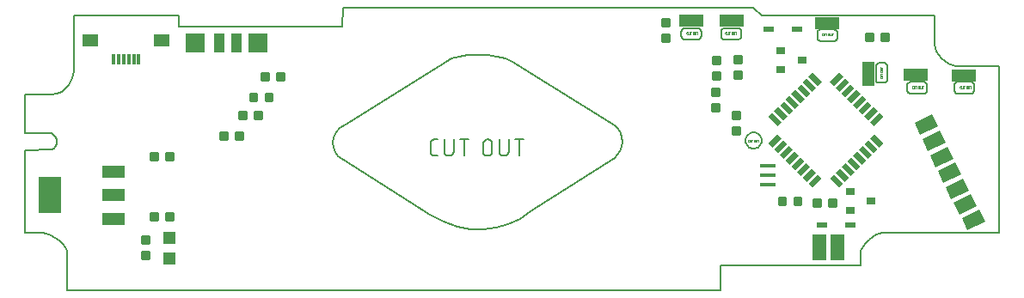
<source format=gtp>
G75*
%MOIN*%
%OFA0B0*%
%FSLAX25Y25*%
%IPPOS*%
%LPD*%
%AMOC8*
5,1,8,0,0,1.08239X$1,22.5*
%
%ADD10C,0.00600*%
%ADD11C,0.00500*%
%ADD12C,0.00800*%
%ADD13C,0.00000*%
%ADD14C,0.00875*%
%ADD15R,0.08800X0.04800*%
%ADD16R,0.08661X0.14173*%
%ADD17R,0.04724X0.04724*%
%ADD18R,0.03543X0.03150*%
%ADD19R,0.09500X0.04500*%
%ADD20R,0.05400X0.10000*%
%ADD21R,0.04500X0.09500*%
%ADD22R,0.05157X0.07598*%
%ADD23R,0.04134X0.07677*%
%ADD24R,0.07677X0.07677*%
%ADD25R,0.05000X0.02200*%
%ADD26R,0.02200X0.05000*%
%ADD27R,0.06299X0.01181*%
%ADD28R,0.04134X0.02362*%
%ADD29R,0.06496X0.05118*%
%ADD30R,0.01181X0.03937*%
D10*
X0021423Y0038877D02*
X0021423Y0053068D01*
X0021193Y0054223D01*
X0020546Y0055511D01*
X0019546Y0056843D01*
X0018260Y0058131D01*
X0016751Y0059287D01*
X0015086Y0060221D01*
X0013329Y0060847D01*
X0011546Y0061075D01*
X0005020Y0061075D01*
X0005020Y0093285D01*
X0015209Y0093363D01*
X0016100Y0093845D01*
X0016736Y0094600D01*
X0017115Y0095536D01*
X0017240Y0096561D01*
X0017110Y0097585D01*
X0016728Y0098513D01*
X0016094Y0099256D01*
X0015209Y0099720D01*
X0005020Y0099735D01*
X0005020Y0114803D02*
X0015209Y0114803D01*
X0017371Y0115090D01*
X0019206Y0115887D01*
X0020725Y0117096D01*
X0021940Y0118620D01*
X0022864Y0120362D01*
X0023509Y0122225D01*
X0023887Y0124111D01*
X0024010Y0125924D01*
X0024010Y0145461D01*
X0064482Y0145461D02*
X0064482Y0141013D01*
X0127898Y0141164D01*
X0128159Y0148568D01*
X0287331Y0148568D01*
X0290523Y0145461D01*
X0357569Y0145461D01*
X0357592Y0134183D01*
X0357824Y0132969D01*
X0358388Y0131631D01*
X0359236Y0130256D01*
X0360319Y0128933D01*
X0361589Y0127750D01*
X0362996Y0126796D01*
X0364493Y0126160D01*
X0366029Y0125929D01*
X0366305Y0125935D01*
X0382514Y0125924D01*
X0382514Y0061075D01*
X0337320Y0061075D01*
X0336330Y0060907D01*
X0335071Y0060421D01*
X0333666Y0059641D01*
X0332239Y0058595D01*
X0330914Y0057307D01*
X0329814Y0055804D01*
X0329064Y0054111D01*
X0328786Y0052254D01*
X0328786Y0048361D01*
X0274578Y0048361D01*
X0274578Y0038877D01*
X0021423Y0038877D01*
X0126410Y0090966D02*
X0127945Y0089783D01*
X0161985Y0068189D01*
X0167243Y0065449D01*
X0172474Y0063607D01*
X0177638Y0062628D01*
X0182694Y0062478D01*
X0187600Y0063119D01*
X0192316Y0064518D01*
X0196799Y0066639D01*
X0201009Y0069447D01*
X0233615Y0090159D01*
X0234698Y0091402D01*
X0235563Y0092915D01*
X0236162Y0094612D01*
X0236449Y0096404D01*
X0236379Y0098204D01*
X0235903Y0099923D01*
X0234977Y0101475D01*
X0233553Y0102771D01*
X0193820Y0127595D01*
X0191312Y0128804D01*
X0188092Y0129643D01*
X0184420Y0130126D01*
X0180556Y0130263D01*
X0176760Y0130067D01*
X0173294Y0129549D01*
X0170418Y0128721D01*
X0168391Y0127595D01*
X0129125Y0103236D01*
X0127037Y0101738D01*
X0125577Y0099993D01*
X0124709Y0098097D01*
X0124394Y0096150D01*
X0124597Y0094247D01*
X0125282Y0092486D01*
X0126410Y0090966D01*
X0162217Y0092431D02*
X0162217Y0095986D01*
X0162219Y0096060D01*
X0162225Y0096135D01*
X0162235Y0096208D01*
X0162248Y0096282D01*
X0162265Y0096354D01*
X0162287Y0096425D01*
X0162311Y0096496D01*
X0162340Y0096564D01*
X0162372Y0096632D01*
X0162408Y0096697D01*
X0162446Y0096760D01*
X0162489Y0096822D01*
X0162534Y0096881D01*
X0162582Y0096937D01*
X0162633Y0096992D01*
X0162687Y0097043D01*
X0162744Y0097091D01*
X0162803Y0097136D01*
X0162865Y0097179D01*
X0162928Y0097217D01*
X0162993Y0097253D01*
X0163061Y0097285D01*
X0163129Y0097314D01*
X0163200Y0097338D01*
X0163271Y0097360D01*
X0163343Y0097377D01*
X0163417Y0097390D01*
X0163490Y0097400D01*
X0163565Y0097406D01*
X0163639Y0097408D01*
X0165061Y0097408D01*
X0167566Y0097408D02*
X0167566Y0092786D01*
X0167568Y0092703D01*
X0167574Y0092620D01*
X0167584Y0092537D01*
X0167597Y0092454D01*
X0167615Y0092373D01*
X0167636Y0092292D01*
X0167661Y0092213D01*
X0167690Y0092135D01*
X0167722Y0092058D01*
X0167758Y0091983D01*
X0167797Y0091909D01*
X0167840Y0091838D01*
X0167886Y0091768D01*
X0167936Y0091701D01*
X0167988Y0091636D01*
X0168043Y0091574D01*
X0168102Y0091514D01*
X0168163Y0091457D01*
X0168226Y0091403D01*
X0168292Y0091352D01*
X0168361Y0091305D01*
X0168431Y0091260D01*
X0168504Y0091219D01*
X0168578Y0091182D01*
X0168654Y0091147D01*
X0168732Y0091117D01*
X0168810Y0091090D01*
X0168891Y0091067D01*
X0168972Y0091047D01*
X0169054Y0091032D01*
X0169136Y0091020D01*
X0169219Y0091012D01*
X0169302Y0091008D01*
X0169386Y0091008D01*
X0169469Y0091012D01*
X0169552Y0091020D01*
X0169634Y0091032D01*
X0169716Y0091047D01*
X0169797Y0091067D01*
X0169878Y0091090D01*
X0169956Y0091117D01*
X0170034Y0091147D01*
X0170110Y0091182D01*
X0170184Y0091219D01*
X0170257Y0091260D01*
X0170327Y0091305D01*
X0170396Y0091352D01*
X0170462Y0091403D01*
X0170525Y0091457D01*
X0170586Y0091514D01*
X0170645Y0091574D01*
X0170700Y0091636D01*
X0170752Y0091701D01*
X0170802Y0091768D01*
X0170848Y0091838D01*
X0170891Y0091909D01*
X0170930Y0091983D01*
X0170966Y0092058D01*
X0170998Y0092135D01*
X0171027Y0092213D01*
X0171052Y0092292D01*
X0171073Y0092373D01*
X0171091Y0092454D01*
X0171104Y0092537D01*
X0171114Y0092620D01*
X0171120Y0092703D01*
X0171122Y0092786D01*
X0171121Y0092786D02*
X0171121Y0097408D01*
X0173515Y0097408D02*
X0177070Y0097408D01*
X0175292Y0097408D02*
X0175292Y0091008D01*
X0182541Y0092786D02*
X0182541Y0095631D01*
X0182540Y0095631D02*
X0182542Y0095714D01*
X0182548Y0095797D01*
X0182558Y0095880D01*
X0182571Y0095963D01*
X0182589Y0096044D01*
X0182610Y0096125D01*
X0182635Y0096204D01*
X0182664Y0096282D01*
X0182696Y0096359D01*
X0182732Y0096434D01*
X0182771Y0096508D01*
X0182814Y0096579D01*
X0182860Y0096649D01*
X0182910Y0096716D01*
X0182962Y0096781D01*
X0183017Y0096843D01*
X0183076Y0096903D01*
X0183137Y0096960D01*
X0183200Y0097014D01*
X0183266Y0097065D01*
X0183335Y0097112D01*
X0183405Y0097157D01*
X0183478Y0097198D01*
X0183552Y0097235D01*
X0183628Y0097270D01*
X0183706Y0097300D01*
X0183784Y0097327D01*
X0183865Y0097350D01*
X0183946Y0097370D01*
X0184028Y0097385D01*
X0184110Y0097397D01*
X0184193Y0097405D01*
X0184276Y0097409D01*
X0184360Y0097409D01*
X0184443Y0097405D01*
X0184526Y0097397D01*
X0184608Y0097385D01*
X0184690Y0097370D01*
X0184771Y0097350D01*
X0184852Y0097327D01*
X0184930Y0097300D01*
X0185008Y0097270D01*
X0185084Y0097235D01*
X0185158Y0097198D01*
X0185231Y0097157D01*
X0185301Y0097112D01*
X0185370Y0097065D01*
X0185436Y0097014D01*
X0185499Y0096960D01*
X0185560Y0096903D01*
X0185619Y0096843D01*
X0185674Y0096781D01*
X0185726Y0096716D01*
X0185776Y0096649D01*
X0185822Y0096579D01*
X0185865Y0096508D01*
X0185904Y0096434D01*
X0185940Y0096359D01*
X0185972Y0096282D01*
X0186001Y0096204D01*
X0186026Y0096125D01*
X0186047Y0096044D01*
X0186065Y0095963D01*
X0186078Y0095880D01*
X0186088Y0095797D01*
X0186094Y0095714D01*
X0186096Y0095631D01*
X0186096Y0092786D01*
X0186094Y0092703D01*
X0186088Y0092620D01*
X0186078Y0092537D01*
X0186065Y0092454D01*
X0186047Y0092373D01*
X0186026Y0092292D01*
X0186001Y0092213D01*
X0185972Y0092135D01*
X0185940Y0092058D01*
X0185904Y0091983D01*
X0185865Y0091909D01*
X0185822Y0091838D01*
X0185776Y0091768D01*
X0185726Y0091701D01*
X0185674Y0091636D01*
X0185619Y0091574D01*
X0185560Y0091514D01*
X0185499Y0091457D01*
X0185436Y0091403D01*
X0185370Y0091352D01*
X0185301Y0091305D01*
X0185231Y0091260D01*
X0185158Y0091219D01*
X0185084Y0091182D01*
X0185008Y0091147D01*
X0184930Y0091117D01*
X0184852Y0091090D01*
X0184771Y0091067D01*
X0184690Y0091047D01*
X0184608Y0091032D01*
X0184526Y0091020D01*
X0184443Y0091012D01*
X0184360Y0091008D01*
X0184276Y0091008D01*
X0184193Y0091012D01*
X0184110Y0091020D01*
X0184028Y0091032D01*
X0183946Y0091047D01*
X0183865Y0091067D01*
X0183784Y0091090D01*
X0183706Y0091117D01*
X0183628Y0091147D01*
X0183552Y0091182D01*
X0183478Y0091219D01*
X0183405Y0091260D01*
X0183335Y0091305D01*
X0183266Y0091352D01*
X0183200Y0091403D01*
X0183137Y0091457D01*
X0183076Y0091514D01*
X0183017Y0091574D01*
X0182962Y0091636D01*
X0182910Y0091701D01*
X0182860Y0091768D01*
X0182814Y0091838D01*
X0182771Y0091909D01*
X0182732Y0091983D01*
X0182696Y0092058D01*
X0182664Y0092135D01*
X0182635Y0092213D01*
X0182610Y0092292D01*
X0182589Y0092373D01*
X0182571Y0092454D01*
X0182558Y0092537D01*
X0182548Y0092620D01*
X0182542Y0092703D01*
X0182540Y0092786D01*
X0188900Y0092786D02*
X0188900Y0097408D01*
X0192455Y0097408D02*
X0192455Y0092786D01*
X0192456Y0092786D02*
X0192454Y0092703D01*
X0192448Y0092620D01*
X0192438Y0092537D01*
X0192425Y0092454D01*
X0192407Y0092373D01*
X0192386Y0092292D01*
X0192361Y0092213D01*
X0192332Y0092135D01*
X0192300Y0092058D01*
X0192264Y0091983D01*
X0192225Y0091909D01*
X0192182Y0091838D01*
X0192136Y0091768D01*
X0192086Y0091701D01*
X0192034Y0091636D01*
X0191979Y0091574D01*
X0191920Y0091514D01*
X0191859Y0091457D01*
X0191796Y0091403D01*
X0191730Y0091352D01*
X0191661Y0091305D01*
X0191591Y0091260D01*
X0191518Y0091219D01*
X0191444Y0091182D01*
X0191368Y0091147D01*
X0191290Y0091117D01*
X0191212Y0091090D01*
X0191131Y0091067D01*
X0191050Y0091047D01*
X0190968Y0091032D01*
X0190886Y0091020D01*
X0190803Y0091012D01*
X0190720Y0091008D01*
X0190636Y0091008D01*
X0190553Y0091012D01*
X0190470Y0091020D01*
X0190388Y0091032D01*
X0190306Y0091047D01*
X0190225Y0091067D01*
X0190144Y0091090D01*
X0190066Y0091117D01*
X0189988Y0091147D01*
X0189912Y0091182D01*
X0189838Y0091219D01*
X0189765Y0091260D01*
X0189695Y0091305D01*
X0189626Y0091352D01*
X0189560Y0091403D01*
X0189497Y0091457D01*
X0189436Y0091514D01*
X0189377Y0091574D01*
X0189322Y0091636D01*
X0189270Y0091701D01*
X0189220Y0091768D01*
X0189174Y0091838D01*
X0189131Y0091909D01*
X0189092Y0091983D01*
X0189056Y0092058D01*
X0189024Y0092135D01*
X0188995Y0092213D01*
X0188970Y0092292D01*
X0188949Y0092373D01*
X0188931Y0092454D01*
X0188918Y0092537D01*
X0188908Y0092620D01*
X0188902Y0092703D01*
X0188900Y0092786D01*
X0194849Y0097408D02*
X0198404Y0097408D01*
X0196626Y0097408D02*
X0196626Y0091008D01*
X0165061Y0091008D02*
X0163639Y0091008D01*
X0163639Y0091009D02*
X0163565Y0091011D01*
X0163490Y0091017D01*
X0163417Y0091027D01*
X0163343Y0091040D01*
X0163271Y0091057D01*
X0163200Y0091079D01*
X0163129Y0091103D01*
X0163061Y0091132D01*
X0162993Y0091164D01*
X0162928Y0091200D01*
X0162865Y0091238D01*
X0162803Y0091281D01*
X0162744Y0091326D01*
X0162687Y0091374D01*
X0162633Y0091425D01*
X0162582Y0091479D01*
X0162534Y0091536D01*
X0162489Y0091595D01*
X0162446Y0091657D01*
X0162408Y0091720D01*
X0162372Y0091785D01*
X0162340Y0091853D01*
X0162311Y0091921D01*
X0162287Y0091992D01*
X0162265Y0092063D01*
X0162248Y0092135D01*
X0162235Y0092209D01*
X0162225Y0092282D01*
X0162219Y0092357D01*
X0162217Y0092431D01*
X0259531Y0136897D02*
X0259454Y0137142D01*
X0259427Y0137405D01*
X0259427Y0139289D01*
X0259454Y0139552D01*
X0259531Y0139797D01*
X0259651Y0140020D01*
X0259812Y0140213D01*
X0260005Y0140374D01*
X0260228Y0140495D01*
X0260473Y0140571D01*
X0260736Y0140598D01*
X0265812Y0140598D01*
X0266075Y0140571D01*
X0266320Y0140495D01*
X0266542Y0140374D01*
X0266736Y0140213D01*
X0266896Y0140020D01*
X0267017Y0139797D01*
X0267094Y0139552D01*
X0267120Y0139289D01*
X0267120Y0137405D01*
X0267094Y0137142D01*
X0267017Y0136897D01*
X0266896Y0136675D01*
X0266736Y0136481D01*
X0266542Y0136321D01*
X0266320Y0136200D01*
X0266075Y0136123D01*
X0265812Y0136097D01*
X0260736Y0136097D01*
X0260473Y0136123D01*
X0260228Y0136200D01*
X0260005Y0136321D01*
X0259812Y0136481D01*
X0259651Y0136675D01*
X0259531Y0136897D01*
X0274855Y0137405D02*
X0274855Y0139289D01*
X0274882Y0139552D01*
X0274959Y0139797D01*
X0275079Y0140020D01*
X0275240Y0140213D01*
X0275433Y0140374D01*
X0275655Y0140495D01*
X0275901Y0140571D01*
X0276163Y0140598D01*
X0281240Y0140598D01*
X0281503Y0140571D01*
X0281748Y0140495D01*
X0281970Y0140374D01*
X0282164Y0140213D01*
X0282324Y0140020D01*
X0282445Y0139797D01*
X0282522Y0139552D01*
X0282548Y0139289D01*
X0282548Y0137405D01*
X0282522Y0137142D01*
X0282445Y0136897D01*
X0282324Y0136675D01*
X0282164Y0136481D01*
X0281970Y0136321D01*
X0281748Y0136200D01*
X0281503Y0136123D01*
X0281240Y0136097D01*
X0276163Y0136097D01*
X0275901Y0136123D01*
X0275655Y0136200D01*
X0275433Y0136321D01*
X0275240Y0136481D01*
X0275079Y0136675D01*
X0274959Y0136897D01*
X0274882Y0137142D01*
X0274855Y0137405D01*
X0312203Y0136890D02*
X0312203Y0138774D01*
X0312230Y0139037D01*
X0312307Y0139282D01*
X0312427Y0139504D01*
X0312588Y0139698D01*
X0312781Y0139858D01*
X0313003Y0139979D01*
X0313249Y0140056D01*
X0313511Y0140082D01*
X0318588Y0140082D01*
X0318851Y0140056D01*
X0319096Y0139979D01*
X0319318Y0139858D01*
X0319512Y0139698D01*
X0319672Y0139504D01*
X0319793Y0139282D01*
X0319870Y0139037D01*
X0319896Y0138774D01*
X0319896Y0136890D01*
X0319870Y0136627D01*
X0319793Y0136382D01*
X0319672Y0136160D01*
X0319512Y0135966D01*
X0319318Y0135806D01*
X0319096Y0135685D01*
X0318851Y0135608D01*
X0318588Y0135582D01*
X0313511Y0135582D01*
X0313249Y0135608D01*
X0313003Y0135685D01*
X0312781Y0135806D01*
X0312588Y0135966D01*
X0312427Y0136160D01*
X0312307Y0136382D01*
X0312230Y0136627D01*
X0312203Y0136890D01*
X0334887Y0126223D02*
X0335008Y0126445D01*
X0335168Y0126639D01*
X0335362Y0126799D01*
X0335584Y0126920D01*
X0335829Y0126996D01*
X0336092Y0127023D01*
X0337976Y0127023D01*
X0338239Y0126996D01*
X0338484Y0126920D01*
X0338707Y0126799D01*
X0338901Y0126639D01*
X0339061Y0126445D01*
X0339182Y0126223D01*
X0339258Y0125978D01*
X0339285Y0125715D01*
X0339285Y0120638D01*
X0339258Y0120375D01*
X0339182Y0120130D01*
X0339061Y0119908D01*
X0338901Y0119714D01*
X0338707Y0119554D01*
X0338484Y0119433D01*
X0338239Y0119357D01*
X0337976Y0119330D01*
X0336092Y0119330D01*
X0335829Y0119357D01*
X0335584Y0119433D01*
X0335362Y0119554D01*
X0335168Y0119714D01*
X0335008Y0119908D01*
X0334887Y0120130D01*
X0334811Y0120375D01*
X0334784Y0120638D01*
X0334784Y0125715D01*
X0334811Y0125978D01*
X0334887Y0126223D01*
X0347197Y0119106D02*
X0347357Y0119300D01*
X0347551Y0119460D01*
X0347773Y0119581D01*
X0348018Y0119658D01*
X0348281Y0119684D01*
X0353357Y0119684D01*
X0353620Y0119658D01*
X0353865Y0119581D01*
X0354088Y0119460D01*
X0354281Y0119300D01*
X0354442Y0119106D01*
X0354562Y0118884D01*
X0354639Y0118639D01*
X0354666Y0118376D01*
X0354666Y0116492D01*
X0354639Y0116229D01*
X0354562Y0115984D01*
X0354442Y0115761D01*
X0354281Y0115567D01*
X0354088Y0115407D01*
X0353865Y0115286D01*
X0353620Y0115210D01*
X0353357Y0115183D01*
X0348281Y0115183D01*
X0348018Y0115210D01*
X0347773Y0115286D01*
X0347551Y0115407D01*
X0347357Y0115567D01*
X0347197Y0115761D01*
X0347076Y0115984D01*
X0346999Y0116229D01*
X0346973Y0116492D01*
X0346973Y0118376D01*
X0346999Y0118639D01*
X0347076Y0118884D01*
X0347197Y0119106D01*
X0365296Y0118376D02*
X0365296Y0116492D01*
X0365323Y0116229D01*
X0365399Y0115984D01*
X0365520Y0115761D01*
X0365681Y0115567D01*
X0365874Y0115407D01*
X0366097Y0115286D01*
X0366342Y0115210D01*
X0366605Y0115183D01*
X0371681Y0115183D01*
X0371944Y0115210D01*
X0372189Y0115286D01*
X0372411Y0115407D01*
X0372605Y0115567D01*
X0372765Y0115761D01*
X0372886Y0115984D01*
X0372962Y0116229D01*
X0372989Y0116492D01*
X0372989Y0118376D01*
X0372962Y0118639D01*
X0372886Y0118884D01*
X0372765Y0119106D01*
X0372605Y0119300D01*
X0372411Y0119460D01*
X0372189Y0119581D01*
X0371944Y0119658D01*
X0371681Y0119684D01*
X0366605Y0119684D01*
X0366342Y0119658D01*
X0366097Y0119581D01*
X0365874Y0119460D01*
X0365681Y0119300D01*
X0365520Y0119106D01*
X0365399Y0118884D01*
X0365323Y0118639D01*
X0365296Y0118376D01*
X0290480Y0097559D02*
X0290544Y0096924D01*
X0290484Y0097539D01*
X0290305Y0098129D01*
X0290014Y0098674D01*
X0289622Y0099151D01*
X0289145Y0099543D01*
X0288600Y0099834D01*
X0288009Y0100013D01*
X0287395Y0100074D01*
X0286780Y0100013D01*
X0286189Y0099834D01*
X0285645Y0099543D01*
X0285168Y0099151D01*
X0284776Y0098674D01*
X0284485Y0098129D01*
X0284306Y0097539D01*
X0284245Y0096924D01*
X0284306Y0096310D01*
X0284485Y0095719D01*
X0284776Y0095174D01*
X0285168Y0094697D01*
X0285645Y0094305D01*
X0286189Y0094014D01*
X0286780Y0093835D01*
X0287395Y0093774D01*
X0288009Y0093835D01*
X0288600Y0094014D01*
X0289145Y0094305D01*
X0289622Y0094697D01*
X0289156Y0094312D01*
X0288621Y0094022D01*
X0288029Y0093839D01*
X0287395Y0093774D01*
X0286760Y0093839D01*
X0286169Y0094022D01*
X0285634Y0094312D01*
X0285168Y0094697D01*
X0284783Y0095163D01*
X0284493Y0095698D01*
X0284309Y0096289D01*
X0284245Y0096924D01*
X0284309Y0097559D01*
X0284493Y0098150D01*
X0284783Y0098685D01*
X0285168Y0099151D01*
X0285634Y0099536D01*
X0286169Y0099826D01*
X0286760Y0100010D01*
X0287395Y0100074D01*
X0288029Y0100010D01*
X0288621Y0099826D01*
X0289156Y0099536D01*
X0289622Y0099151D01*
X0290007Y0098685D01*
X0290297Y0098150D01*
X0290480Y0097559D01*
X0290544Y0096924D02*
X0290484Y0096310D01*
X0290305Y0095719D01*
X0290014Y0095174D01*
X0289622Y0094697D01*
X0290007Y0095163D01*
X0290297Y0095698D01*
X0290480Y0096289D01*
X0290544Y0096924D01*
D11*
X0005020Y0099735D02*
X0005020Y0114803D01*
D12*
X0024010Y0145461D02*
X0064482Y0145461D01*
D13*
X0261417Y0138831D02*
X0261417Y0138386D01*
X0261419Y0138361D01*
X0261424Y0138336D01*
X0261433Y0138312D01*
X0261445Y0138290D01*
X0261460Y0138269D01*
X0261478Y0138251D01*
X0261499Y0138236D01*
X0261521Y0138224D01*
X0261545Y0138215D01*
X0261570Y0138210D01*
X0261595Y0138208D01*
X0261772Y0138208D01*
X0262042Y0138431D02*
X0262042Y0139008D01*
X0261772Y0139008D02*
X0261595Y0139008D01*
X0261595Y0139009D02*
X0261570Y0139007D01*
X0261545Y0139002D01*
X0261521Y0138993D01*
X0261499Y0138981D01*
X0261478Y0138966D01*
X0261460Y0138948D01*
X0261445Y0138927D01*
X0261433Y0138905D01*
X0261424Y0138881D01*
X0261419Y0138856D01*
X0261417Y0138831D01*
X0262042Y0138431D02*
X0262044Y0138402D01*
X0262050Y0138374D01*
X0262059Y0138346D01*
X0262072Y0138320D01*
X0262088Y0138296D01*
X0262107Y0138274D01*
X0262129Y0138255D01*
X0262153Y0138239D01*
X0262179Y0138226D01*
X0262207Y0138217D01*
X0262235Y0138211D01*
X0262264Y0138209D01*
X0262293Y0138211D01*
X0262321Y0138217D01*
X0262349Y0138226D01*
X0262375Y0138239D01*
X0262399Y0138255D01*
X0262421Y0138274D01*
X0262440Y0138296D01*
X0262456Y0138320D01*
X0262469Y0138346D01*
X0262478Y0138374D01*
X0262484Y0138402D01*
X0262486Y0138431D01*
X0262486Y0139008D01*
X0262738Y0139008D02*
X0263182Y0139008D01*
X0262960Y0139008D02*
X0262960Y0138208D01*
X0263794Y0138431D02*
X0263794Y0138786D01*
X0263796Y0138815D01*
X0263802Y0138843D01*
X0263811Y0138871D01*
X0263824Y0138897D01*
X0263840Y0138921D01*
X0263859Y0138943D01*
X0263881Y0138962D01*
X0263905Y0138978D01*
X0263931Y0138991D01*
X0263959Y0139000D01*
X0263987Y0139006D01*
X0264016Y0139008D01*
X0264045Y0139006D01*
X0264073Y0139000D01*
X0264101Y0138991D01*
X0264127Y0138978D01*
X0264151Y0138962D01*
X0264173Y0138943D01*
X0264192Y0138921D01*
X0264208Y0138897D01*
X0264221Y0138871D01*
X0264230Y0138843D01*
X0264236Y0138815D01*
X0264238Y0138786D01*
X0264238Y0138431D01*
X0264236Y0138402D01*
X0264230Y0138374D01*
X0264221Y0138346D01*
X0264208Y0138320D01*
X0264192Y0138296D01*
X0264173Y0138274D01*
X0264151Y0138255D01*
X0264127Y0138239D01*
X0264101Y0138226D01*
X0264073Y0138217D01*
X0264045Y0138211D01*
X0264016Y0138209D01*
X0263987Y0138211D01*
X0263959Y0138217D01*
X0263931Y0138226D01*
X0263905Y0138239D01*
X0263881Y0138255D01*
X0263859Y0138274D01*
X0263840Y0138296D01*
X0263824Y0138320D01*
X0263811Y0138346D01*
X0263802Y0138374D01*
X0263796Y0138402D01*
X0263794Y0138431D01*
X0264538Y0138431D02*
X0264538Y0139008D01*
X0264982Y0139008D02*
X0264982Y0138431D01*
X0264980Y0138402D01*
X0264974Y0138374D01*
X0264965Y0138346D01*
X0264952Y0138320D01*
X0264936Y0138296D01*
X0264917Y0138274D01*
X0264895Y0138255D01*
X0264871Y0138239D01*
X0264845Y0138226D01*
X0264817Y0138217D01*
X0264789Y0138211D01*
X0264760Y0138209D01*
X0264731Y0138211D01*
X0264703Y0138217D01*
X0264675Y0138226D01*
X0264649Y0138239D01*
X0264625Y0138255D01*
X0264603Y0138274D01*
X0264584Y0138296D01*
X0264568Y0138320D01*
X0264555Y0138346D01*
X0264546Y0138374D01*
X0264540Y0138402D01*
X0264538Y0138431D01*
X0265234Y0139008D02*
X0265678Y0139008D01*
X0265456Y0139008D02*
X0265456Y0138208D01*
X0276417Y0138386D02*
X0276417Y0138831D01*
X0276419Y0138856D01*
X0276424Y0138881D01*
X0276433Y0138905D01*
X0276445Y0138927D01*
X0276460Y0138948D01*
X0276478Y0138966D01*
X0276499Y0138981D01*
X0276521Y0138993D01*
X0276545Y0139002D01*
X0276570Y0139007D01*
X0276595Y0139009D01*
X0276595Y0139008D02*
X0276772Y0139008D01*
X0277042Y0139008D02*
X0277042Y0138431D01*
X0277044Y0138402D01*
X0277050Y0138374D01*
X0277059Y0138346D01*
X0277072Y0138320D01*
X0277088Y0138296D01*
X0277107Y0138274D01*
X0277129Y0138255D01*
X0277153Y0138239D01*
X0277179Y0138226D01*
X0277207Y0138217D01*
X0277235Y0138211D01*
X0277264Y0138209D01*
X0277293Y0138211D01*
X0277321Y0138217D01*
X0277349Y0138226D01*
X0277375Y0138239D01*
X0277399Y0138255D01*
X0277421Y0138274D01*
X0277440Y0138296D01*
X0277456Y0138320D01*
X0277469Y0138346D01*
X0277478Y0138374D01*
X0277484Y0138402D01*
X0277486Y0138431D01*
X0277486Y0139008D01*
X0277738Y0139008D02*
X0278182Y0139008D01*
X0277960Y0139008D02*
X0277960Y0138208D01*
X0278794Y0138431D02*
X0278794Y0138786D01*
X0278796Y0138815D01*
X0278802Y0138843D01*
X0278811Y0138871D01*
X0278824Y0138897D01*
X0278840Y0138921D01*
X0278859Y0138943D01*
X0278881Y0138962D01*
X0278905Y0138978D01*
X0278931Y0138991D01*
X0278959Y0139000D01*
X0278987Y0139006D01*
X0279016Y0139008D01*
X0279045Y0139006D01*
X0279073Y0139000D01*
X0279101Y0138991D01*
X0279127Y0138978D01*
X0279151Y0138962D01*
X0279173Y0138943D01*
X0279192Y0138921D01*
X0279208Y0138897D01*
X0279221Y0138871D01*
X0279230Y0138843D01*
X0279236Y0138815D01*
X0279238Y0138786D01*
X0279238Y0138431D01*
X0279236Y0138402D01*
X0279230Y0138374D01*
X0279221Y0138346D01*
X0279208Y0138320D01*
X0279192Y0138296D01*
X0279173Y0138274D01*
X0279151Y0138255D01*
X0279127Y0138239D01*
X0279101Y0138226D01*
X0279073Y0138217D01*
X0279045Y0138211D01*
X0279016Y0138209D01*
X0278987Y0138211D01*
X0278959Y0138217D01*
X0278931Y0138226D01*
X0278905Y0138239D01*
X0278881Y0138255D01*
X0278859Y0138274D01*
X0278840Y0138296D01*
X0278824Y0138320D01*
X0278811Y0138346D01*
X0278802Y0138374D01*
X0278796Y0138402D01*
X0278794Y0138431D01*
X0279538Y0138431D02*
X0279538Y0139008D01*
X0279982Y0139008D02*
X0279982Y0138431D01*
X0279980Y0138402D01*
X0279974Y0138374D01*
X0279965Y0138346D01*
X0279952Y0138320D01*
X0279936Y0138296D01*
X0279917Y0138274D01*
X0279895Y0138255D01*
X0279871Y0138239D01*
X0279845Y0138226D01*
X0279817Y0138217D01*
X0279789Y0138211D01*
X0279760Y0138209D01*
X0279731Y0138211D01*
X0279703Y0138217D01*
X0279675Y0138226D01*
X0279649Y0138239D01*
X0279625Y0138255D01*
X0279603Y0138274D01*
X0279584Y0138296D01*
X0279568Y0138320D01*
X0279555Y0138346D01*
X0279546Y0138374D01*
X0279540Y0138402D01*
X0279538Y0138431D01*
X0280234Y0139008D02*
X0280678Y0139008D01*
X0280456Y0139008D02*
X0280456Y0138208D01*
X0276772Y0138208D02*
X0276595Y0138208D01*
X0276570Y0138210D01*
X0276545Y0138215D01*
X0276521Y0138224D01*
X0276499Y0138236D01*
X0276478Y0138251D01*
X0276460Y0138269D01*
X0276445Y0138290D01*
X0276433Y0138312D01*
X0276424Y0138336D01*
X0276419Y0138361D01*
X0276417Y0138386D01*
X0313917Y0138331D02*
X0313917Y0137886D01*
X0313919Y0137861D01*
X0313924Y0137836D01*
X0313933Y0137812D01*
X0313945Y0137790D01*
X0313960Y0137769D01*
X0313978Y0137751D01*
X0313999Y0137736D01*
X0314021Y0137724D01*
X0314045Y0137715D01*
X0314070Y0137710D01*
X0314095Y0137708D01*
X0314272Y0137708D01*
X0314542Y0137931D02*
X0314542Y0138508D01*
X0314272Y0138508D02*
X0314095Y0138508D01*
X0314095Y0138509D02*
X0314070Y0138507D01*
X0314045Y0138502D01*
X0314021Y0138493D01*
X0313999Y0138481D01*
X0313978Y0138466D01*
X0313960Y0138448D01*
X0313945Y0138427D01*
X0313933Y0138405D01*
X0313924Y0138381D01*
X0313919Y0138356D01*
X0313917Y0138331D01*
X0314542Y0137931D02*
X0314544Y0137902D01*
X0314550Y0137874D01*
X0314559Y0137846D01*
X0314572Y0137820D01*
X0314588Y0137796D01*
X0314607Y0137774D01*
X0314629Y0137755D01*
X0314653Y0137739D01*
X0314679Y0137726D01*
X0314707Y0137717D01*
X0314735Y0137711D01*
X0314764Y0137709D01*
X0314793Y0137711D01*
X0314821Y0137717D01*
X0314849Y0137726D01*
X0314875Y0137739D01*
X0314899Y0137755D01*
X0314921Y0137774D01*
X0314940Y0137796D01*
X0314956Y0137820D01*
X0314969Y0137846D01*
X0314978Y0137874D01*
X0314984Y0137902D01*
X0314986Y0137931D01*
X0314986Y0138508D01*
X0315238Y0138508D02*
X0315682Y0138508D01*
X0315460Y0138508D02*
X0315460Y0137708D01*
X0316294Y0137931D02*
X0316294Y0138286D01*
X0316296Y0138315D01*
X0316302Y0138343D01*
X0316311Y0138371D01*
X0316324Y0138397D01*
X0316340Y0138421D01*
X0316359Y0138443D01*
X0316381Y0138462D01*
X0316405Y0138478D01*
X0316431Y0138491D01*
X0316459Y0138500D01*
X0316487Y0138506D01*
X0316516Y0138508D01*
X0316545Y0138506D01*
X0316573Y0138500D01*
X0316601Y0138491D01*
X0316627Y0138478D01*
X0316651Y0138462D01*
X0316673Y0138443D01*
X0316692Y0138421D01*
X0316708Y0138397D01*
X0316721Y0138371D01*
X0316730Y0138343D01*
X0316736Y0138315D01*
X0316738Y0138286D01*
X0316738Y0137931D01*
X0316736Y0137902D01*
X0316730Y0137874D01*
X0316721Y0137846D01*
X0316708Y0137820D01*
X0316692Y0137796D01*
X0316673Y0137774D01*
X0316651Y0137755D01*
X0316627Y0137739D01*
X0316601Y0137726D01*
X0316573Y0137717D01*
X0316545Y0137711D01*
X0316516Y0137709D01*
X0316487Y0137711D01*
X0316459Y0137717D01*
X0316431Y0137726D01*
X0316405Y0137739D01*
X0316381Y0137755D01*
X0316359Y0137774D01*
X0316340Y0137796D01*
X0316324Y0137820D01*
X0316311Y0137846D01*
X0316302Y0137874D01*
X0316296Y0137902D01*
X0316294Y0137931D01*
X0317038Y0137931D02*
X0317038Y0138508D01*
X0317482Y0138508D02*
X0317482Y0137931D01*
X0317480Y0137902D01*
X0317474Y0137874D01*
X0317465Y0137846D01*
X0317452Y0137820D01*
X0317436Y0137796D01*
X0317417Y0137774D01*
X0317395Y0137755D01*
X0317371Y0137739D01*
X0317345Y0137726D01*
X0317317Y0137717D01*
X0317289Y0137711D01*
X0317260Y0137709D01*
X0317231Y0137711D01*
X0317203Y0137717D01*
X0317175Y0137726D01*
X0317149Y0137739D01*
X0317125Y0137755D01*
X0317103Y0137774D01*
X0317084Y0137796D01*
X0317068Y0137820D01*
X0317055Y0137846D01*
X0317046Y0137874D01*
X0317040Y0137902D01*
X0317038Y0137931D01*
X0317734Y0138508D02*
X0318178Y0138508D01*
X0317956Y0138508D02*
X0317956Y0137708D01*
X0336617Y0125470D02*
X0336617Y0125025D01*
X0336617Y0125248D02*
X0337417Y0125248D01*
X0337195Y0124774D02*
X0336617Y0124774D01*
X0336617Y0124329D02*
X0337195Y0124329D01*
X0337195Y0124330D02*
X0337224Y0124332D01*
X0337252Y0124338D01*
X0337280Y0124347D01*
X0337306Y0124360D01*
X0337330Y0124376D01*
X0337352Y0124395D01*
X0337371Y0124417D01*
X0337387Y0124441D01*
X0337400Y0124467D01*
X0337409Y0124495D01*
X0337415Y0124523D01*
X0337417Y0124552D01*
X0337415Y0124581D01*
X0337409Y0124609D01*
X0337400Y0124637D01*
X0337387Y0124663D01*
X0337371Y0124687D01*
X0337352Y0124709D01*
X0337330Y0124728D01*
X0337306Y0124744D01*
X0337280Y0124757D01*
X0337252Y0124766D01*
X0337224Y0124772D01*
X0337195Y0124774D01*
X0337195Y0124030D02*
X0336839Y0124030D01*
X0336810Y0124028D01*
X0336782Y0124022D01*
X0336754Y0124013D01*
X0336728Y0124000D01*
X0336704Y0123984D01*
X0336682Y0123965D01*
X0336663Y0123943D01*
X0336647Y0123919D01*
X0336634Y0123893D01*
X0336625Y0123865D01*
X0336619Y0123837D01*
X0336617Y0123808D01*
X0336619Y0123779D01*
X0336625Y0123751D01*
X0336634Y0123723D01*
X0336647Y0123697D01*
X0336663Y0123673D01*
X0336682Y0123651D01*
X0336704Y0123632D01*
X0336728Y0123616D01*
X0336754Y0123603D01*
X0336782Y0123594D01*
X0336810Y0123588D01*
X0336839Y0123586D01*
X0336839Y0123585D02*
X0337195Y0123585D01*
X0337195Y0123586D02*
X0337224Y0123588D01*
X0337252Y0123594D01*
X0337280Y0123603D01*
X0337306Y0123616D01*
X0337330Y0123632D01*
X0337352Y0123651D01*
X0337371Y0123673D01*
X0337387Y0123697D01*
X0337400Y0123723D01*
X0337409Y0123751D01*
X0337415Y0123779D01*
X0337417Y0123808D01*
X0337415Y0123837D01*
X0337409Y0123865D01*
X0337400Y0123893D01*
X0337387Y0123919D01*
X0337371Y0123943D01*
X0337352Y0123965D01*
X0337330Y0123984D01*
X0337306Y0124000D01*
X0337280Y0124013D01*
X0337252Y0124022D01*
X0337224Y0124028D01*
X0337195Y0124030D01*
X0336617Y0122974D02*
X0336617Y0122529D01*
X0336617Y0122752D02*
X0337417Y0122752D01*
X0337195Y0122278D02*
X0336617Y0122278D01*
X0336617Y0121833D02*
X0337195Y0121833D01*
X0337195Y0121834D02*
X0337224Y0121836D01*
X0337252Y0121842D01*
X0337280Y0121851D01*
X0337306Y0121864D01*
X0337330Y0121880D01*
X0337352Y0121899D01*
X0337371Y0121921D01*
X0337387Y0121945D01*
X0337400Y0121971D01*
X0337409Y0121999D01*
X0337415Y0122027D01*
X0337417Y0122056D01*
X0337415Y0122085D01*
X0337409Y0122113D01*
X0337400Y0122141D01*
X0337387Y0122167D01*
X0337371Y0122191D01*
X0337352Y0122213D01*
X0337330Y0122232D01*
X0337306Y0122248D01*
X0337280Y0122261D01*
X0337252Y0122270D01*
X0337224Y0122276D01*
X0337195Y0122278D01*
X0337417Y0121564D02*
X0337417Y0121386D01*
X0337415Y0121361D01*
X0337410Y0121336D01*
X0337401Y0121312D01*
X0337389Y0121290D01*
X0337374Y0121269D01*
X0337356Y0121251D01*
X0337335Y0121236D01*
X0337313Y0121224D01*
X0337289Y0121215D01*
X0337264Y0121210D01*
X0337239Y0121208D01*
X0336795Y0121208D01*
X0336770Y0121210D01*
X0336745Y0121215D01*
X0336721Y0121224D01*
X0336699Y0121236D01*
X0336678Y0121251D01*
X0336660Y0121269D01*
X0336645Y0121290D01*
X0336633Y0121312D01*
X0336624Y0121336D01*
X0336619Y0121361D01*
X0336617Y0121386D01*
X0336617Y0121564D01*
X0348917Y0117831D02*
X0348917Y0117386D01*
X0348919Y0117361D01*
X0348924Y0117336D01*
X0348933Y0117312D01*
X0348945Y0117290D01*
X0348960Y0117269D01*
X0348978Y0117251D01*
X0348999Y0117236D01*
X0349021Y0117224D01*
X0349045Y0117215D01*
X0349070Y0117210D01*
X0349095Y0117208D01*
X0349272Y0117208D01*
X0349542Y0117431D02*
X0349542Y0118008D01*
X0349272Y0118008D02*
X0349095Y0118008D01*
X0349095Y0118009D02*
X0349070Y0118007D01*
X0349045Y0118002D01*
X0349021Y0117993D01*
X0348999Y0117981D01*
X0348978Y0117966D01*
X0348960Y0117948D01*
X0348945Y0117927D01*
X0348933Y0117905D01*
X0348924Y0117881D01*
X0348919Y0117856D01*
X0348917Y0117831D01*
X0349542Y0117431D02*
X0349544Y0117402D01*
X0349550Y0117374D01*
X0349559Y0117346D01*
X0349572Y0117320D01*
X0349588Y0117296D01*
X0349607Y0117274D01*
X0349629Y0117255D01*
X0349653Y0117239D01*
X0349679Y0117226D01*
X0349707Y0117217D01*
X0349735Y0117211D01*
X0349764Y0117209D01*
X0349793Y0117211D01*
X0349821Y0117217D01*
X0349849Y0117226D01*
X0349875Y0117239D01*
X0349899Y0117255D01*
X0349921Y0117274D01*
X0349940Y0117296D01*
X0349956Y0117320D01*
X0349969Y0117346D01*
X0349978Y0117374D01*
X0349984Y0117402D01*
X0349986Y0117431D01*
X0349986Y0118008D01*
X0350238Y0118008D02*
X0350682Y0118008D01*
X0350460Y0118008D02*
X0350460Y0117208D01*
X0351294Y0117431D02*
X0351294Y0117786D01*
X0351296Y0117815D01*
X0351302Y0117843D01*
X0351311Y0117871D01*
X0351324Y0117897D01*
X0351340Y0117921D01*
X0351359Y0117943D01*
X0351381Y0117962D01*
X0351405Y0117978D01*
X0351431Y0117991D01*
X0351459Y0118000D01*
X0351487Y0118006D01*
X0351516Y0118008D01*
X0351545Y0118006D01*
X0351573Y0118000D01*
X0351601Y0117991D01*
X0351627Y0117978D01*
X0351651Y0117962D01*
X0351673Y0117943D01*
X0351692Y0117921D01*
X0351708Y0117897D01*
X0351721Y0117871D01*
X0351730Y0117843D01*
X0351736Y0117815D01*
X0351738Y0117786D01*
X0351738Y0117431D01*
X0351736Y0117402D01*
X0351730Y0117374D01*
X0351721Y0117346D01*
X0351708Y0117320D01*
X0351692Y0117296D01*
X0351673Y0117274D01*
X0351651Y0117255D01*
X0351627Y0117239D01*
X0351601Y0117226D01*
X0351573Y0117217D01*
X0351545Y0117211D01*
X0351516Y0117209D01*
X0351487Y0117211D01*
X0351459Y0117217D01*
X0351431Y0117226D01*
X0351405Y0117239D01*
X0351381Y0117255D01*
X0351359Y0117274D01*
X0351340Y0117296D01*
X0351324Y0117320D01*
X0351311Y0117346D01*
X0351302Y0117374D01*
X0351296Y0117402D01*
X0351294Y0117431D01*
X0352038Y0117431D02*
X0352038Y0118008D01*
X0352482Y0118008D02*
X0352482Y0117431D01*
X0352480Y0117402D01*
X0352474Y0117374D01*
X0352465Y0117346D01*
X0352452Y0117320D01*
X0352436Y0117296D01*
X0352417Y0117274D01*
X0352395Y0117255D01*
X0352371Y0117239D01*
X0352345Y0117226D01*
X0352317Y0117217D01*
X0352289Y0117211D01*
X0352260Y0117209D01*
X0352231Y0117211D01*
X0352203Y0117217D01*
X0352175Y0117226D01*
X0352149Y0117239D01*
X0352125Y0117255D01*
X0352103Y0117274D01*
X0352084Y0117296D01*
X0352068Y0117320D01*
X0352055Y0117346D01*
X0352046Y0117374D01*
X0352040Y0117402D01*
X0352038Y0117431D01*
X0352734Y0118008D02*
X0353178Y0118008D01*
X0352956Y0118008D02*
X0352956Y0117208D01*
X0367417Y0117386D02*
X0367417Y0117831D01*
X0367419Y0117856D01*
X0367424Y0117881D01*
X0367433Y0117905D01*
X0367445Y0117927D01*
X0367460Y0117948D01*
X0367478Y0117966D01*
X0367499Y0117981D01*
X0367521Y0117993D01*
X0367545Y0118002D01*
X0367570Y0118007D01*
X0367595Y0118009D01*
X0367595Y0118008D02*
X0367772Y0118008D01*
X0368042Y0118008D02*
X0368042Y0117431D01*
X0368044Y0117402D01*
X0368050Y0117374D01*
X0368059Y0117346D01*
X0368072Y0117320D01*
X0368088Y0117296D01*
X0368107Y0117274D01*
X0368129Y0117255D01*
X0368153Y0117239D01*
X0368179Y0117226D01*
X0368207Y0117217D01*
X0368235Y0117211D01*
X0368264Y0117209D01*
X0368293Y0117211D01*
X0368321Y0117217D01*
X0368349Y0117226D01*
X0368375Y0117239D01*
X0368399Y0117255D01*
X0368421Y0117274D01*
X0368440Y0117296D01*
X0368456Y0117320D01*
X0368469Y0117346D01*
X0368478Y0117374D01*
X0368484Y0117402D01*
X0368486Y0117431D01*
X0368486Y0118008D01*
X0368738Y0118008D02*
X0369182Y0118008D01*
X0368960Y0118008D02*
X0368960Y0117208D01*
X0369794Y0117431D02*
X0369794Y0117786D01*
X0369796Y0117815D01*
X0369802Y0117843D01*
X0369811Y0117871D01*
X0369824Y0117897D01*
X0369840Y0117921D01*
X0369859Y0117943D01*
X0369881Y0117962D01*
X0369905Y0117978D01*
X0369931Y0117991D01*
X0369959Y0118000D01*
X0369987Y0118006D01*
X0370016Y0118008D01*
X0370045Y0118006D01*
X0370073Y0118000D01*
X0370101Y0117991D01*
X0370127Y0117978D01*
X0370151Y0117962D01*
X0370173Y0117943D01*
X0370192Y0117921D01*
X0370208Y0117897D01*
X0370221Y0117871D01*
X0370230Y0117843D01*
X0370236Y0117815D01*
X0370238Y0117786D01*
X0370238Y0117431D01*
X0370236Y0117402D01*
X0370230Y0117374D01*
X0370221Y0117346D01*
X0370208Y0117320D01*
X0370192Y0117296D01*
X0370173Y0117274D01*
X0370151Y0117255D01*
X0370127Y0117239D01*
X0370101Y0117226D01*
X0370073Y0117217D01*
X0370045Y0117211D01*
X0370016Y0117209D01*
X0369987Y0117211D01*
X0369959Y0117217D01*
X0369931Y0117226D01*
X0369905Y0117239D01*
X0369881Y0117255D01*
X0369859Y0117274D01*
X0369840Y0117296D01*
X0369824Y0117320D01*
X0369811Y0117346D01*
X0369802Y0117374D01*
X0369796Y0117402D01*
X0369794Y0117431D01*
X0370538Y0117431D02*
X0370538Y0118008D01*
X0370982Y0118008D02*
X0370982Y0117431D01*
X0370980Y0117402D01*
X0370974Y0117374D01*
X0370965Y0117346D01*
X0370952Y0117320D01*
X0370936Y0117296D01*
X0370917Y0117274D01*
X0370895Y0117255D01*
X0370871Y0117239D01*
X0370845Y0117226D01*
X0370817Y0117217D01*
X0370789Y0117211D01*
X0370760Y0117209D01*
X0370731Y0117211D01*
X0370703Y0117217D01*
X0370675Y0117226D01*
X0370649Y0117239D01*
X0370625Y0117255D01*
X0370603Y0117274D01*
X0370584Y0117296D01*
X0370568Y0117320D01*
X0370555Y0117346D01*
X0370546Y0117374D01*
X0370540Y0117402D01*
X0370538Y0117431D01*
X0371234Y0118008D02*
X0371678Y0118008D01*
X0371456Y0118008D02*
X0371456Y0117208D01*
X0367772Y0117208D02*
X0367595Y0117208D01*
X0367570Y0117210D01*
X0367545Y0117215D01*
X0367521Y0117224D01*
X0367499Y0117236D01*
X0367478Y0117251D01*
X0367460Y0117269D01*
X0367445Y0117290D01*
X0367433Y0117312D01*
X0367424Y0117336D01*
X0367419Y0117361D01*
X0367417Y0117386D01*
X0289417Y0097208D02*
X0288972Y0097208D01*
X0289195Y0097208D02*
X0289195Y0096408D01*
X0288721Y0096631D02*
X0288721Y0097208D01*
X0288276Y0097208D02*
X0288276Y0096631D01*
X0288277Y0096631D02*
X0288279Y0096602D01*
X0288285Y0096574D01*
X0288294Y0096546D01*
X0288307Y0096520D01*
X0288323Y0096496D01*
X0288342Y0096474D01*
X0288364Y0096455D01*
X0288388Y0096439D01*
X0288414Y0096426D01*
X0288442Y0096417D01*
X0288470Y0096411D01*
X0288499Y0096409D01*
X0288528Y0096411D01*
X0288556Y0096417D01*
X0288584Y0096426D01*
X0288610Y0096439D01*
X0288634Y0096455D01*
X0288656Y0096474D01*
X0288675Y0096496D01*
X0288691Y0096520D01*
X0288704Y0096546D01*
X0288713Y0096574D01*
X0288719Y0096602D01*
X0288721Y0096631D01*
X0287977Y0096631D02*
X0287977Y0096986D01*
X0287975Y0097015D01*
X0287969Y0097043D01*
X0287960Y0097071D01*
X0287947Y0097097D01*
X0287931Y0097121D01*
X0287912Y0097143D01*
X0287890Y0097162D01*
X0287866Y0097178D01*
X0287840Y0097191D01*
X0287812Y0097200D01*
X0287784Y0097206D01*
X0287755Y0097208D01*
X0287726Y0097206D01*
X0287698Y0097200D01*
X0287670Y0097191D01*
X0287644Y0097178D01*
X0287620Y0097162D01*
X0287598Y0097143D01*
X0287579Y0097121D01*
X0287563Y0097097D01*
X0287550Y0097071D01*
X0287541Y0097043D01*
X0287535Y0097015D01*
X0287533Y0096986D01*
X0287532Y0096986D02*
X0287532Y0096631D01*
X0287533Y0096631D02*
X0287535Y0096602D01*
X0287541Y0096574D01*
X0287550Y0096546D01*
X0287563Y0096520D01*
X0287579Y0096496D01*
X0287598Y0096474D01*
X0287620Y0096455D01*
X0287644Y0096439D01*
X0287670Y0096426D01*
X0287698Y0096417D01*
X0287726Y0096411D01*
X0287755Y0096409D01*
X0287784Y0096411D01*
X0287812Y0096417D01*
X0287840Y0096426D01*
X0287866Y0096439D01*
X0287890Y0096455D01*
X0287912Y0096474D01*
X0287931Y0096496D01*
X0287947Y0096520D01*
X0287960Y0096546D01*
X0287969Y0096574D01*
X0287975Y0096602D01*
X0287977Y0096631D01*
X0286921Y0097208D02*
X0286476Y0097208D01*
X0286699Y0097208D02*
X0286699Y0096408D01*
X0286225Y0096631D02*
X0286225Y0097208D01*
X0285780Y0097208D02*
X0285780Y0096631D01*
X0285781Y0096631D02*
X0285783Y0096602D01*
X0285789Y0096574D01*
X0285798Y0096546D01*
X0285811Y0096520D01*
X0285827Y0096496D01*
X0285846Y0096474D01*
X0285868Y0096455D01*
X0285892Y0096439D01*
X0285918Y0096426D01*
X0285946Y0096417D01*
X0285974Y0096411D01*
X0286003Y0096409D01*
X0286032Y0096411D01*
X0286060Y0096417D01*
X0286088Y0096426D01*
X0286114Y0096439D01*
X0286138Y0096455D01*
X0286160Y0096474D01*
X0286179Y0096496D01*
X0286195Y0096520D01*
X0286208Y0096546D01*
X0286217Y0096574D01*
X0286223Y0096602D01*
X0286225Y0096631D01*
X0285511Y0096408D02*
X0285333Y0096408D01*
X0285308Y0096410D01*
X0285283Y0096415D01*
X0285259Y0096424D01*
X0285237Y0096436D01*
X0285216Y0096451D01*
X0285198Y0096469D01*
X0285183Y0096490D01*
X0285171Y0096512D01*
X0285162Y0096536D01*
X0285157Y0096561D01*
X0285155Y0096586D01*
X0285155Y0097031D01*
X0285157Y0097056D01*
X0285162Y0097081D01*
X0285171Y0097105D01*
X0285183Y0097127D01*
X0285198Y0097148D01*
X0285216Y0097166D01*
X0285237Y0097181D01*
X0285259Y0097193D01*
X0285283Y0097202D01*
X0285308Y0097207D01*
X0285333Y0097209D01*
X0285333Y0097208D02*
X0285511Y0097208D01*
D14*
X0281980Y0099645D02*
X0281980Y0102271D01*
X0281980Y0099645D02*
X0279354Y0099645D01*
X0279354Y0102271D01*
X0281980Y0102271D01*
X0281980Y0100519D02*
X0279354Y0100519D01*
X0279354Y0101393D02*
X0281980Y0101393D01*
X0281980Y0102267D02*
X0279354Y0102267D01*
X0281980Y0105645D02*
X0281980Y0108271D01*
X0281980Y0105645D02*
X0279354Y0105645D01*
X0279354Y0108271D01*
X0281980Y0108271D01*
X0281980Y0106519D02*
X0279354Y0106519D01*
X0279354Y0107393D02*
X0281980Y0107393D01*
X0281980Y0108267D02*
X0279354Y0108267D01*
X0273980Y0108645D02*
X0273980Y0111271D01*
X0273980Y0108645D02*
X0271354Y0108645D01*
X0271354Y0111271D01*
X0273980Y0111271D01*
X0273980Y0109519D02*
X0271354Y0109519D01*
X0271354Y0110393D02*
X0273980Y0110393D01*
X0273980Y0111267D02*
X0271354Y0111267D01*
X0273980Y0114645D02*
X0273980Y0117271D01*
X0273980Y0114645D02*
X0271354Y0114645D01*
X0271354Y0117271D01*
X0273980Y0117271D01*
X0273980Y0115519D02*
X0271354Y0115519D01*
X0271354Y0116393D02*
X0273980Y0116393D01*
X0273980Y0117267D02*
X0271354Y0117267D01*
X0274230Y0120895D02*
X0274230Y0123521D01*
X0274230Y0120895D02*
X0271604Y0120895D01*
X0271604Y0123521D01*
X0274230Y0123521D01*
X0274230Y0121769D02*
X0271604Y0121769D01*
X0271604Y0122643D02*
X0274230Y0122643D01*
X0274230Y0123517D02*
X0271604Y0123517D01*
X0282480Y0123771D02*
X0282480Y0121145D01*
X0279854Y0121145D01*
X0279854Y0123771D01*
X0282480Y0123771D01*
X0282480Y0122019D02*
X0279854Y0122019D01*
X0279854Y0122893D02*
X0282480Y0122893D01*
X0282480Y0123767D02*
X0279854Y0123767D01*
X0282480Y0127145D02*
X0282480Y0129771D01*
X0282480Y0127145D02*
X0279854Y0127145D01*
X0279854Y0129771D01*
X0282480Y0129771D01*
X0282480Y0128019D02*
X0279854Y0128019D01*
X0279854Y0128893D02*
X0282480Y0128893D01*
X0282480Y0129767D02*
X0279854Y0129767D01*
X0274230Y0129521D02*
X0274230Y0126895D01*
X0271604Y0126895D01*
X0271604Y0129521D01*
X0274230Y0129521D01*
X0274230Y0127769D02*
X0271604Y0127769D01*
X0271604Y0128643D02*
X0274230Y0128643D01*
X0274230Y0129517D02*
X0271604Y0129517D01*
X0254480Y0135395D02*
X0254480Y0138021D01*
X0254480Y0135395D02*
X0251854Y0135395D01*
X0251854Y0138021D01*
X0254480Y0138021D01*
X0254480Y0136269D02*
X0251854Y0136269D01*
X0251854Y0137143D02*
X0254480Y0137143D01*
X0254480Y0138017D02*
X0251854Y0138017D01*
X0254480Y0141395D02*
X0254480Y0144021D01*
X0254480Y0141395D02*
X0251854Y0141395D01*
X0251854Y0144021D01*
X0254480Y0144021D01*
X0254480Y0142269D02*
X0251854Y0142269D01*
X0251854Y0143143D02*
X0254480Y0143143D01*
X0254480Y0144017D02*
X0251854Y0144017D01*
X0330854Y0135895D02*
X0333480Y0135895D01*
X0330854Y0135895D02*
X0330854Y0138521D01*
X0333480Y0138521D01*
X0333480Y0135895D01*
X0333480Y0136769D02*
X0330854Y0136769D01*
X0330854Y0137643D02*
X0333480Y0137643D01*
X0333480Y0138517D02*
X0330854Y0138517D01*
X0336854Y0135895D02*
X0339480Y0135895D01*
X0336854Y0135895D02*
X0336854Y0138521D01*
X0339480Y0138521D01*
X0339480Y0135895D01*
X0339480Y0136769D02*
X0336854Y0136769D01*
X0336854Y0137643D02*
X0339480Y0137643D01*
X0339480Y0138517D02*
X0336854Y0138517D01*
X0319255Y0074271D02*
X0316629Y0074271D01*
X0319255Y0074271D02*
X0319255Y0071645D01*
X0316629Y0071645D01*
X0316629Y0074271D01*
X0316629Y0072519D02*
X0319255Y0072519D01*
X0319255Y0073393D02*
X0316629Y0073393D01*
X0316629Y0074267D02*
X0319255Y0074267D01*
X0313255Y0074271D02*
X0310629Y0074271D01*
X0313255Y0074271D02*
X0313255Y0071645D01*
X0310629Y0071645D01*
X0310629Y0074271D01*
X0310629Y0072519D02*
X0313255Y0072519D01*
X0313255Y0073393D02*
X0310629Y0073393D01*
X0310629Y0074267D02*
X0313255Y0074267D01*
X0305730Y0072145D02*
X0303104Y0072145D01*
X0303104Y0074771D01*
X0305730Y0074771D01*
X0305730Y0072145D01*
X0305730Y0073019D02*
X0303104Y0073019D01*
X0303104Y0073893D02*
X0305730Y0073893D01*
X0305730Y0074767D02*
X0303104Y0074767D01*
X0299730Y0072145D02*
X0297104Y0072145D01*
X0297104Y0074771D01*
X0299730Y0074771D01*
X0299730Y0072145D01*
X0299730Y0073019D02*
X0297104Y0073019D01*
X0297104Y0073893D02*
X0299730Y0073893D01*
X0299730Y0074767D02*
X0297104Y0074767D01*
X0105230Y0123271D02*
X0102604Y0123271D01*
X0105230Y0123271D02*
X0105230Y0120645D01*
X0102604Y0120645D01*
X0102604Y0123271D01*
X0102604Y0121519D02*
X0105230Y0121519D01*
X0105230Y0122393D02*
X0102604Y0122393D01*
X0102604Y0123267D02*
X0105230Y0123267D01*
X0099230Y0123271D02*
X0096604Y0123271D01*
X0099230Y0123271D02*
X0099230Y0120645D01*
X0096604Y0120645D01*
X0096604Y0123271D01*
X0096604Y0121519D02*
X0099230Y0121519D01*
X0099230Y0122393D02*
X0096604Y0122393D01*
X0096604Y0123267D02*
X0099230Y0123267D01*
X0098104Y0115271D02*
X0100730Y0115271D01*
X0100730Y0112645D01*
X0098104Y0112645D01*
X0098104Y0115271D01*
X0098104Y0113519D02*
X0100730Y0113519D01*
X0100730Y0114393D02*
X0098104Y0114393D01*
X0098104Y0115267D02*
X0100730Y0115267D01*
X0094730Y0115271D02*
X0092104Y0115271D01*
X0094730Y0115271D02*
X0094730Y0112645D01*
X0092104Y0112645D01*
X0092104Y0115271D01*
X0092104Y0113519D02*
X0094730Y0113519D01*
X0094730Y0114393D02*
X0092104Y0114393D01*
X0092104Y0115267D02*
X0094730Y0115267D01*
X0093854Y0108021D02*
X0096480Y0108021D01*
X0096480Y0105395D01*
X0093854Y0105395D01*
X0093854Y0108021D01*
X0093854Y0106269D02*
X0096480Y0106269D01*
X0096480Y0107143D02*
X0093854Y0107143D01*
X0093854Y0108017D02*
X0096480Y0108017D01*
X0090480Y0108021D02*
X0087854Y0108021D01*
X0090480Y0108021D02*
X0090480Y0105395D01*
X0087854Y0105395D01*
X0087854Y0108021D01*
X0087854Y0106269D02*
X0090480Y0106269D01*
X0090480Y0107143D02*
X0087854Y0107143D01*
X0087854Y0108017D02*
X0090480Y0108017D01*
X0089230Y0100271D02*
X0086604Y0100271D01*
X0089230Y0100271D02*
X0089230Y0097645D01*
X0086604Y0097645D01*
X0086604Y0100271D01*
X0086604Y0098519D02*
X0089230Y0098519D01*
X0089230Y0099393D02*
X0086604Y0099393D01*
X0086604Y0100267D02*
X0089230Y0100267D01*
X0083230Y0100271D02*
X0080604Y0100271D01*
X0083230Y0100271D02*
X0083230Y0097645D01*
X0080604Y0097645D01*
X0080604Y0100271D01*
X0080604Y0098519D02*
X0083230Y0098519D01*
X0083230Y0099393D02*
X0080604Y0099393D01*
X0080604Y0100267D02*
X0083230Y0100267D01*
X0062230Y0092271D02*
X0059604Y0092271D01*
X0062230Y0092271D02*
X0062230Y0089645D01*
X0059604Y0089645D01*
X0059604Y0092271D01*
X0059604Y0090519D02*
X0062230Y0090519D01*
X0062230Y0091393D02*
X0059604Y0091393D01*
X0059604Y0092267D02*
X0062230Y0092267D01*
X0056230Y0092271D02*
X0053604Y0092271D01*
X0056230Y0092271D02*
X0056230Y0089645D01*
X0053604Y0089645D01*
X0053604Y0092271D01*
X0053604Y0090519D02*
X0056230Y0090519D01*
X0056230Y0091393D02*
X0053604Y0091393D01*
X0053604Y0092267D02*
X0056230Y0092267D01*
X0056230Y0068771D02*
X0053604Y0068771D01*
X0056230Y0068771D02*
X0056230Y0066145D01*
X0053604Y0066145D01*
X0053604Y0068771D01*
X0053604Y0067019D02*
X0056230Y0067019D01*
X0056230Y0067893D02*
X0053604Y0067893D01*
X0053604Y0068767D02*
X0056230Y0068767D01*
X0059604Y0068771D02*
X0062230Y0068771D01*
X0062230Y0066145D01*
X0059604Y0066145D01*
X0059604Y0068771D01*
X0059604Y0067019D02*
X0062230Y0067019D01*
X0062230Y0067893D02*
X0059604Y0067893D01*
X0059604Y0068767D02*
X0062230Y0068767D01*
X0052895Y0059809D02*
X0052895Y0057183D01*
X0050269Y0057183D01*
X0050269Y0059809D01*
X0052895Y0059809D01*
X0052895Y0058057D02*
X0050269Y0058057D01*
X0050269Y0058931D02*
X0052895Y0058931D01*
X0052895Y0059805D02*
X0050269Y0059805D01*
X0052895Y0053809D02*
X0052895Y0051183D01*
X0050269Y0051183D01*
X0050269Y0053809D01*
X0052895Y0053809D01*
X0052895Y0052057D02*
X0050269Y0052057D01*
X0050269Y0052931D02*
X0052895Y0052931D01*
X0052895Y0053805D02*
X0050269Y0053805D01*
D15*
X0039117Y0066608D03*
X0039117Y0075708D03*
X0039117Y0084808D03*
D16*
X0014716Y0075708D03*
D17*
X0060952Y0059311D03*
X0060952Y0051043D03*
D18*
X0297980Y0124468D03*
X0306247Y0128208D03*
X0297980Y0131948D03*
X0324830Y0077198D03*
X0333097Y0073458D03*
X0324830Y0069718D03*
D19*
X0350417Y0122448D03*
X0368917Y0122263D03*
X0315917Y0142319D03*
X0278917Y0143578D03*
X0263417Y0143393D03*
D20*
X0312917Y0055319D03*
X0319917Y0055319D03*
D21*
X0331992Y0122708D03*
D22*
G36*
X0352033Y0099026D02*
X0349773Y0103659D01*
X0356601Y0106990D01*
X0358861Y0102357D01*
X0352033Y0099026D01*
G37*
G36*
X0355033Y0092826D02*
X0352773Y0097459D01*
X0359601Y0100790D01*
X0361861Y0096157D01*
X0355033Y0092826D01*
G37*
G36*
X0358033Y0086626D02*
X0355773Y0091259D01*
X0362601Y0094590D01*
X0364861Y0089957D01*
X0358033Y0086626D01*
G37*
G36*
X0361083Y0080376D02*
X0358823Y0085009D01*
X0365651Y0088340D01*
X0367911Y0083707D01*
X0361083Y0080376D01*
G37*
G36*
X0364033Y0074176D02*
X0361773Y0078809D01*
X0368601Y0082140D01*
X0370861Y0077507D01*
X0364033Y0074176D01*
G37*
G36*
X0367183Y0068026D02*
X0364923Y0072659D01*
X0371751Y0075990D01*
X0374011Y0071357D01*
X0367183Y0068026D01*
G37*
G36*
X0370383Y0062026D02*
X0368123Y0066659D01*
X0374951Y0069990D01*
X0377211Y0065357D01*
X0370383Y0062026D01*
G37*
D23*
X0086817Y0134808D03*
X0080317Y0134708D03*
D24*
X0071017Y0134658D03*
X0095217Y0134708D03*
D25*
G36*
X0298217Y0097792D02*
X0294683Y0094258D01*
X0293127Y0095814D01*
X0296661Y0099348D01*
X0298217Y0097792D01*
G37*
G36*
X0300444Y0095565D02*
X0296910Y0092031D01*
X0295354Y0093587D01*
X0298888Y0097121D01*
X0300444Y0095565D01*
G37*
G36*
X0302671Y0093338D02*
X0299137Y0089804D01*
X0297581Y0091360D01*
X0301115Y0094894D01*
X0302671Y0093338D01*
G37*
G36*
X0304898Y0091111D02*
X0301364Y0087577D01*
X0299808Y0089133D01*
X0303342Y0092667D01*
X0304898Y0091111D01*
G37*
G36*
X0307125Y0088884D02*
X0303591Y0085350D01*
X0302035Y0086906D01*
X0305569Y0090440D01*
X0307125Y0088884D01*
G37*
G36*
X0309352Y0086657D02*
X0305818Y0083123D01*
X0304262Y0084679D01*
X0307796Y0088213D01*
X0309352Y0086657D01*
G37*
G36*
X0311579Y0084429D02*
X0308045Y0080895D01*
X0306489Y0082451D01*
X0310023Y0085985D01*
X0311579Y0084429D01*
G37*
G36*
X0313807Y0082202D02*
X0310273Y0078668D01*
X0308717Y0080224D01*
X0312251Y0083758D01*
X0313807Y0082202D01*
G37*
G36*
X0337707Y0106103D02*
X0334173Y0102569D01*
X0332617Y0104125D01*
X0336151Y0107659D01*
X0337707Y0106103D01*
G37*
G36*
X0335480Y0108330D02*
X0331946Y0104796D01*
X0330390Y0106352D01*
X0333924Y0109886D01*
X0335480Y0108330D01*
G37*
G36*
X0333253Y0110557D02*
X0329719Y0107023D01*
X0328163Y0108579D01*
X0331697Y0112113D01*
X0333253Y0110557D01*
G37*
G36*
X0331025Y0112784D02*
X0327491Y0109250D01*
X0325935Y0110806D01*
X0329469Y0114340D01*
X0331025Y0112784D01*
G37*
G36*
X0328798Y0115011D02*
X0325264Y0111477D01*
X0323708Y0113033D01*
X0327242Y0116567D01*
X0328798Y0115011D01*
G37*
G36*
X0326571Y0117238D02*
X0323037Y0113704D01*
X0321481Y0115260D01*
X0325015Y0118794D01*
X0326571Y0117238D01*
G37*
G36*
X0324344Y0119465D02*
X0320810Y0115931D01*
X0319254Y0117487D01*
X0322788Y0121021D01*
X0324344Y0119465D01*
G37*
G36*
X0322117Y0121692D02*
X0318583Y0118158D01*
X0317027Y0119714D01*
X0320561Y0123248D01*
X0322117Y0121692D01*
G37*
D26*
G36*
X0313807Y0119714D02*
X0312251Y0118158D01*
X0308717Y0121692D01*
X0310273Y0123248D01*
X0313807Y0119714D01*
G37*
G36*
X0311579Y0117487D02*
X0310023Y0115931D01*
X0306489Y0119465D01*
X0308045Y0121021D01*
X0311579Y0117487D01*
G37*
G36*
X0309352Y0115260D02*
X0307796Y0113704D01*
X0304262Y0117238D01*
X0305818Y0118794D01*
X0309352Y0115260D01*
G37*
G36*
X0307125Y0113033D02*
X0305569Y0111477D01*
X0302035Y0115011D01*
X0303591Y0116567D01*
X0307125Y0113033D01*
G37*
G36*
X0304898Y0110806D02*
X0303342Y0109250D01*
X0299808Y0112784D01*
X0301364Y0114340D01*
X0304898Y0110806D01*
G37*
G36*
X0302671Y0108579D02*
X0301115Y0107023D01*
X0297581Y0110557D01*
X0299137Y0112113D01*
X0302671Y0108579D01*
G37*
G36*
X0300444Y0106352D02*
X0298888Y0104796D01*
X0295354Y0108330D01*
X0296910Y0109886D01*
X0300444Y0106352D01*
G37*
G36*
X0298217Y0104125D02*
X0296661Y0102569D01*
X0293127Y0106103D01*
X0294683Y0107659D01*
X0298217Y0104125D01*
G37*
G36*
X0331025Y0089133D02*
X0329469Y0087577D01*
X0325935Y0091111D01*
X0327491Y0092667D01*
X0331025Y0089133D01*
G37*
G36*
X0333253Y0091360D02*
X0331697Y0089804D01*
X0328163Y0093338D01*
X0329719Y0094894D01*
X0333253Y0091360D01*
G37*
G36*
X0335480Y0093587D02*
X0333924Y0092031D01*
X0330390Y0095565D01*
X0331946Y0097121D01*
X0335480Y0093587D01*
G37*
G36*
X0337707Y0095814D02*
X0336151Y0094258D01*
X0332617Y0097792D01*
X0334173Y0099348D01*
X0337707Y0095814D01*
G37*
G36*
X0328798Y0086906D02*
X0327242Y0085350D01*
X0323708Y0088884D01*
X0325264Y0090440D01*
X0328798Y0086906D01*
G37*
G36*
X0326571Y0084679D02*
X0325015Y0083123D01*
X0321481Y0086657D01*
X0323037Y0088213D01*
X0326571Y0084679D01*
G37*
G36*
X0324344Y0082451D02*
X0322788Y0080895D01*
X0319254Y0084429D01*
X0320810Y0085985D01*
X0324344Y0082451D01*
G37*
G36*
X0322117Y0080224D02*
X0320561Y0078668D01*
X0317027Y0082202D01*
X0318583Y0083758D01*
X0322117Y0080224D01*
G37*
D27*
X0292852Y0079804D03*
X0292856Y0083560D03*
X0292864Y0087300D03*
D28*
X0313905Y0064208D03*
X0324929Y0064208D03*
X0304429Y0140208D03*
X0293405Y0140208D03*
D29*
X0058045Y0135958D03*
X0030289Y0135958D03*
D30*
X0039246Y0128478D03*
X0041214Y0128478D03*
X0043183Y0128478D03*
X0045151Y0128478D03*
X0047120Y0128478D03*
X0049088Y0128478D03*
M02*

</source>
